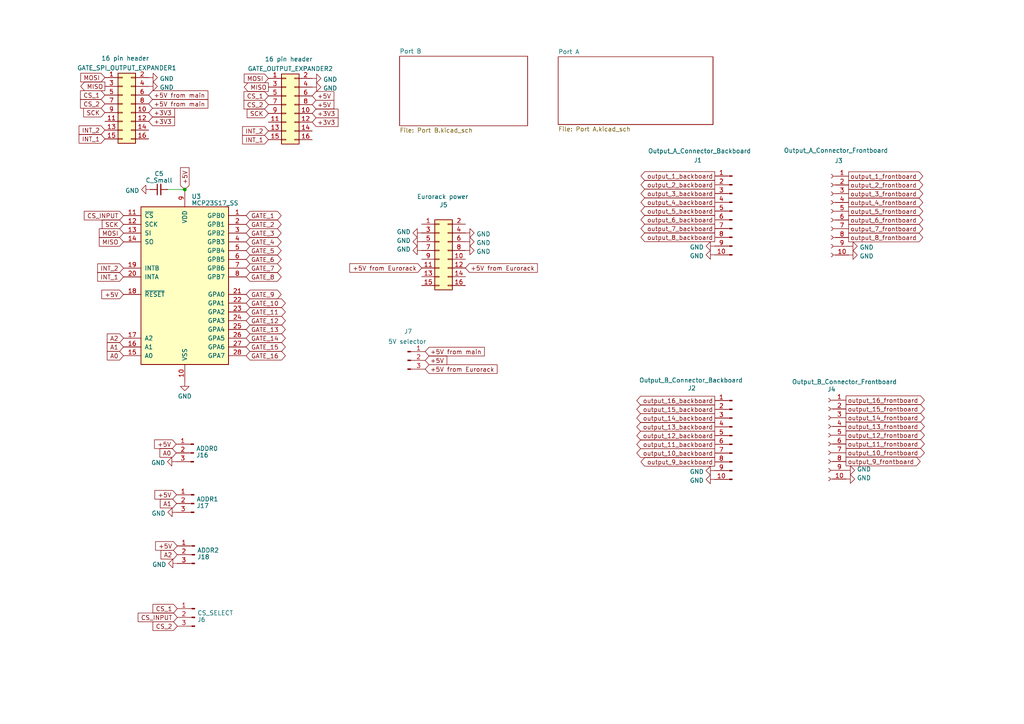
<source format=kicad_sch>
(kicad_sch (version 20230121) (generator eeschema)
  (paper "A4")
  (lib_symbols
    (symbol "Connector:Conn_01x03_Pin" (pin_names (offset 1.016) hide)
      (property "Reference" "J" (at 0 5.08 0))
      (property "Value" "Conn_01x03_Pin" (at 0 -5.08 0))
      (symbol "Conn_01x03_Pin_1_1"
        (polyline (pts (xy 1.27 -2.54) (xy 0.8636 -2.54)) (stroke (width 0.1524)))
        (polyline (pts (xy 1.27 0) (xy 0.8636 0)) (stroke (width 0.1524)))
        (polyline (pts (xy 1.27 2.54) (xy 0.8636 2.54)) (stroke (width 0.1524)))
        (rectangle (start 0.8636 -2.413) (end 0 -2.667) (stroke (width 0.1524)) (fill (type outline)))
        (rectangle (start 0.8636 0.127) (end 0 -0.127) (stroke (width 0.1524)) (fill (type outline)))
        (rectangle (start 0.8636 2.667) (end 0 2.413) (stroke (width 0.1524)) (fill (type outline)))
        (pin passive line (at 5.08 2.54 180) (length 3.81) (name "Pin_1") (number "1"))
        (pin passive line (at 5.08 0 180) (length 3.81) (name "Pin_2") (number "2"))
        (pin passive line (at 5.08 -2.54 180) (length 3.81) (name "Pin_3") (number "3"))
      )
    )
    (symbol "Connector:Conn_01x10_Pin" (pin_names (offset 1.016) hide)
      (property "Reference" "J" (at 0 12.7 0))
      (property "Value" "Conn_01x10_Pin" (at 0 -15.24 0))
      (symbol "Conn_01x10_Pin_1_1"
        (polyline (pts (xy 1.27 -12.7) (xy 0.8636 -12.7)) (stroke (width 0.1524)))
        (polyline (pts (xy 1.27 -10.16) (xy 0.8636 -10.16)) (stroke (width 0.1524)))
        (polyline (pts (xy 1.27 -7.62) (xy 0.8636 -7.62)) (stroke (width 0.1524)))
        (polyline (pts (xy 1.27 -5.08) (xy 0.8636 -5.08)) (stroke (width 0.1524)))
        (polyline (pts (xy 1.27 -2.54) (xy 0.8636 -2.54)) (stroke (width 0.1524)))
        (polyline (pts (xy 1.27 0) (xy 0.8636 0)) (stroke (width 0.1524)))
        (polyline (pts (xy 1.27 2.54) (xy 0.8636 2.54)) (stroke (width 0.1524)))
        (polyline (pts (xy 1.27 5.08) (xy 0.8636 5.08)) (stroke (width 0.1524)))
        (polyline (pts (xy 1.27 7.62) (xy 0.8636 7.62)) (stroke (width 0.1524)))
        (polyline (pts (xy 1.27 10.16) (xy 0.8636 10.16)) (stroke (width 0.1524)))
        (rectangle (start 0.8636 -12.573) (end 0 -12.827) (stroke (width 0.1524)) (fill (type outline)))
        (rectangle (start 0.8636 -10.033) (end 0 -10.287) (stroke (width 0.1524)) (fill (type outline)))
        (rectangle (start 0.8636 -7.493) (end 0 -7.747) (stroke (width 0.1524)) (fill (type outline)))
        (rectangle (start 0.8636 -4.953) (end 0 -5.207) (stroke (width 0.1524)) (fill (type outline)))
        (rectangle (start 0.8636 -2.413) (end 0 -2.667) (stroke (width 0.1524)) (fill (type outline)))
        (rectangle (start 0.8636 0.127) (end 0 -0.127) (stroke (width 0.1524)) (fill (type outline)))
        (rectangle (start 0.8636 2.667) (end 0 2.413) (stroke (width 0.1524)) (fill (type outline)))
        (rectangle (start 0.8636 5.207) (end 0 4.953) (stroke (width 0.1524)) (fill (type outline)))
        (rectangle (start 0.8636 7.747) (end 0 7.493) (stroke (width 0.1524)) (fill (type outline)))
        (rectangle (start 0.8636 10.287) (end 0 10.033) (stroke (width 0.1524)) (fill (type outline)))
        (pin passive line (at 5.08 10.16 180) (length 3.81) (name "Pin_1") (number "1"))
        (pin passive line (at 5.08 -12.7 180) (length 3.81) (name "Pin_10") (number "10"))
        (pin passive line (at 5.08 7.62 180) (length 3.81) (name "Pin_2") (number "2"))
        (pin passive line (at 5.08 5.08 180) (length 3.81) (name "Pin_3") (number "3"))
        (pin passive line (at 5.08 2.54 180) (length 3.81) (name "Pin_4") (number "4"))
        (pin passive line (at 5.08 0 180) (length 3.81) (name "Pin_5") (number "5"))
        (pin passive line (at 5.08 -2.54 180) (length 3.81) (name "Pin_6") (number "6"))
        (pin passive line (at 5.08 -5.08 180) (length 3.81) (name "Pin_7") (number "7"))
        (pin passive line (at 5.08 -7.62 180) (length 3.81) (name "Pin_8") (number "8"))
        (pin passive line (at 5.08 -10.16 180) (length 3.81) (name "Pin_9") (number "9"))
      )
    )
    (symbol "Connector:Conn_01x10_Socket" (pin_names (offset 1.016) hide)
      (property "Reference" "J" (at 0 12.7 0))
      (property "Value" "Conn_01x10_Socket" (at 0 -15.24 0))
      (symbol "Conn_01x10_Socket_1_1"
        (arc (start 0 -12.192) (mid -0.5058 -12.7) (end 0 -13.208) (stroke (width 0.1524)))
        (arc (start 0 -9.652) (mid -0.5058 -10.16) (end 0 -10.668) (stroke (width 0.1524)))
        (arc (start 0 -7.112) (mid -0.5058 -7.62) (end 0 -8.128) (stroke (width 0.1524)))
        (arc (start 0 -4.572) (mid -0.5058 -5.08) (end 0 -5.588) (stroke (width 0.1524)))
        (arc (start 0 -2.032) (mid -0.5058 -2.54) (end 0 -3.048) (stroke (width 0.1524)))
        (polyline (pts (xy -1.27 -12.7) (xy -0.508 -12.7)) (stroke (width 0.1524)))
        (polyline (pts (xy -1.27 -10.16) (xy -0.508 -10.16)) (stroke (width 0.1524)))
        (polyline (pts (xy -1.27 -7.62) (xy -0.508 -7.62)) (stroke (width 0.1524)))
        (polyline (pts (xy -1.27 -5.08) (xy -0.508 -5.08)) (stroke (width 0.1524)))
        (polyline (pts (xy -1.27 -2.54) (xy -0.508 -2.54)) (stroke (width 0.1524)))
        (polyline (pts (xy -1.27 0) (xy -0.508 0)) (stroke (width 0.1524)))
        (polyline (pts (xy -1.27 2.54) (xy -0.508 2.54)) (stroke (width 0.1524)))
        (polyline (pts (xy -1.27 5.08) (xy -0.508 5.08)) (stroke (width 0.1524)))
        (polyline (pts (xy -1.27 7.62) (xy -0.508 7.62)) (stroke (width 0.1524)))
        (polyline (pts (xy -1.27 10.16) (xy -0.508 10.16)) (stroke (width 0.1524)))
        (arc (start 0 0.508) (mid -0.5058 0) (end 0 -0.508) (stroke (width 0.1524)))
        (arc (start 0 3.048) (mid -0.5058 2.54) (end 0 2.032) (stroke (width 0.1524)))
        (arc (start 0 5.588) (mid -0.5058 5.08) (end 0 4.572) (stroke (width 0.1524)))
        (arc (start 0 8.128) (mid -0.5058 7.62) (end 0 7.112) (stroke (width 0.1524)))
        (arc (start 0 10.668) (mid -0.5058 10.16) (end 0 9.652) (stroke (width 0.1524)))
        (pin passive line (at -5.08 10.16 0) (length 3.81) (name "Pin_1") (number "1"))
        (pin passive line (at -5.08 -12.7 0) (length 3.81) (name "Pin_10") (number "10"))
        (pin passive line (at -5.08 7.62 0) (length 3.81) (name "Pin_2") (number "2"))
        (pin passive line (at -5.08 5.08 0) (length 3.81) (name "Pin_3") (number "3"))
        (pin passive line (at -5.08 2.54 0) (length 3.81) (name "Pin_4") (number "4"))
        (pin passive line (at -5.08 0 0) (length 3.81) (name "Pin_5") (number "5"))
        (pin passive line (at -5.08 -2.54 0) (length 3.81) (name "Pin_6") (number "6"))
        (pin passive line (at -5.08 -5.08 0) (length 3.81) (name "Pin_7") (number "7"))
        (pin passive line (at -5.08 -7.62 0) (length 3.81) (name "Pin_8") (number "8"))
        (pin passive line (at -5.08 -10.16 0) (length 3.81) (name "Pin_9") (number "9"))
      )
    )
    (symbol "Connector_Generic:Conn_02x08_Odd_Even" (pin_names (offset 1.016) hide)
      (property "Reference" "J" (at 1.27 10.16 0))
      (property "Value" "Conn_02x08_Odd_Even" (at 1.27 -12.7 0))
      (symbol "Conn_02x08_Odd_Even_1_1"
        (rectangle (start -1.27 -10.033) (end 0 -10.287) (stroke (width 0.1524)))
        (rectangle (start -1.27 -7.493) (end 0 -7.747) (stroke (width 0.1524)))
        (rectangle (start -1.27 -4.953) (end 0 -5.207) (stroke (width 0.1524)))
        (rectangle (start -1.27 -2.413) (end 0 -2.667) (stroke (width 0.1524)))
        (rectangle (start -1.27 0.127) (end 0 -0.127) (stroke (width 0.1524)))
        (rectangle (start -1.27 2.667) (end 0 2.413) (stroke (width 0.1524)))
        (rectangle (start -1.27 5.207) (end 0 4.953) (stroke (width 0.1524)))
        (rectangle (start -1.27 7.747) (end 0 7.493) (stroke (width 0.1524)))
        (rectangle (start -1.27 8.89) (end 3.81 -11.43) (stroke (width 0.254)) (fill (type background)))
        (rectangle (start 3.81 -10.033) (end 2.54 -10.287) (stroke (width 0.1524)))
        (rectangle (start 3.81 -7.493) (end 2.54 -7.747) (stroke (width 0.1524)))
        (rectangle (start 3.81 -4.953) (end 2.54 -5.207) (stroke (width 0.1524)))
        (rectangle (start 3.81 -2.413) (end 2.54 -2.667) (stroke (width 0.1524)))
        (rectangle (start 3.81 0.127) (end 2.54 -0.127) (stroke (width 0.1524)))
        (rectangle (start 3.81 2.667) (end 2.54 2.413) (stroke (width 0.1524)))
        (rectangle (start 3.81 5.207) (end 2.54 4.953) (stroke (width 0.1524)))
        (rectangle (start 3.81 7.747) (end 2.54 7.493) (stroke (width 0.1524)))
        (pin passive line (at -5.08 7.62 0) (length 3.81) (name "Pin_1") (number "1"))
        (pin passive line (at 7.62 -2.54 180) (length 3.81) (name "Pin_10") (number "10"))
        (pin passive line (at -5.08 -5.08 0) (length 3.81) (name "Pin_11") (number "11"))
        (pin passive line (at 7.62 -5.08 180) (length 3.81) (name "Pin_12") (number "12"))
        (pin passive line (at -5.08 -7.62 0) (length 3.81) (name "Pin_13") (number "13"))
        (pin passive line (at 7.62 -7.62 180) (length 3.81) (name "Pin_14") (number "14"))
        (pin passive line (at -5.08 -10.16 0) (length 3.81) (name "Pin_15") (number "15"))
        (pin passive line (at 7.62 -10.16 180) (length 3.81) (name "Pin_16") (number "16"))
        (pin passive line (at 7.62 7.62 180) (length 3.81) (name "Pin_2") (number "2"))
        (pin passive line (at -5.08 5.08 0) (length 3.81) (name "Pin_3") (number "3"))
        (pin passive line (at 7.62 5.08 180) (length 3.81) (name "Pin_4") (number "4"))
        (pin passive line (at -5.08 2.54 0) (length 3.81) (name "Pin_5") (number "5"))
        (pin passive line (at 7.62 2.54 180) (length 3.81) (name "Pin_6") (number "6"))
        (pin passive line (at -5.08 0 0) (length 3.81) (name "Pin_7") (number "7"))
        (pin passive line (at 7.62 0 180) (length 3.81) (name "Pin_8") (number "8"))
        (pin passive line (at -5.08 -2.54 0) (length 3.81) (name "Pin_9") (number "9"))
      )
    )
    (symbol "Device:C_Small" (pin_numbers hide) (pin_names (offset 0.254) hide)
      (property "Reference" "C" (at 0.254 1.778 0))
      (property "Value" "C_Small" (at 0.254 -2.032 0))
      (symbol "C_Small_0_1"
        (polyline (pts (xy -1.524 -0.508) (xy 1.524 -0.508)) (stroke (width 0.3302)))
        (polyline (pts (xy -1.524 0.508) (xy 1.524 0.508)) (stroke (width 0.3048)))
      )
      (symbol "C_Small_1_1"
        (pin passive line (at 0 2.54 270) (length 2.032) (name "~") (number "1"))
        (pin passive line (at 0 -2.54 90) (length 2.032) (name "~") (number "2"))
      )
    )
    (symbol "Interface_Expansion:MCP23S17_SS" (pin_names (offset 1.016))
      (property "Reference" "U" (at -11.43 24.13 0))
      (property "Value" "MCP23S17_SS" (at 0 0 0))
      (symbol "MCP23S17_SS_0_1"
        (rectangle (start -12.7 22.86) (end 12.7 -22.86) (stroke (width 0.254)) (fill (type background)))
      )
      (symbol "MCP23S17_SS_1_1"
        (pin bidirectional line (at 17.78 20.32 180) (length 5.08) (name "GPB0") (number "1"))
        (pin power_in line (at 0 -27.94 90) (length 5.08) (name "VSS") (number "10"))
        (pin input line (at -17.78 20.32 0) (length 5.08) (name "~{CS}") (number "11"))
        (pin input line (at -17.78 17.78 0) (length 5.08) (name "SCK") (number "12"))
        (pin input line (at -17.78 15.24 0) (length 5.08) (name "SI") (number "13"))
        (pin output line (at -17.78 12.7 0) (length 5.08) (name "SO") (number "14"))
        (pin input line (at -17.78 -20.32 0) (length 5.08) (name "A0") (number "15"))
        (pin input line (at -17.78 -17.78 0) (length 5.08) (name "A1") (number "16"))
        (pin input line (at -17.78 -15.24 0) (length 5.08) (name "A2") (number "17"))
        (pin input line (at -17.78 -2.54 0) (length 5.08) (name "~{RESET}") (number "18"))
        (pin tri_state line (at -17.78 5.08 0) (length 5.08) (name "INTB") (number "19"))
        (pin bidirectional line (at 17.78 17.78 180) (length 5.08) (name "GPB1") (number "2"))
        (pin tri_state line (at -17.78 2.54 0) (length 5.08) (name "INTA") (number "20"))
        (pin bidirectional line (at 17.78 -2.54 180) (length 5.08) (name "GPA0") (number "21"))
        (pin bidirectional line (at 17.78 -5.08 180) (length 5.08) (name "GPA1") (number "22"))
        (pin bidirectional line (at 17.78 -7.62 180) (length 5.08) (name "GPA2") (number "23"))
        (pin bidirectional line (at 17.78 -10.16 180) (length 5.08) (name "GPA3") (number "24"))
        (pin bidirectional line (at 17.78 -12.7 180) (length 5.08) (name "GPA4") (number "25"))
        (pin bidirectional line (at 17.78 -15.24 180) (length 5.08) (name "GPA5") (number "26"))
        (pin bidirectional line (at 17.78 -17.78 180) (length 5.08) (name "GPA6") (number "27"))
        (pin bidirectional line (at 17.78 -20.32 180) (length 5.08) (name "GPA7") (number "28"))
        (pin bidirectional line (at 17.78 15.24 180) (length 5.08) (name "GPB2") (number "3"))
        (pin bidirectional line (at 17.78 12.7 180) (length 5.08) (name "GPB3") (number "4"))
        (pin bidirectional line (at 17.78 10.16 180) (length 5.08) (name "GPB4") (number "5"))
        (pin bidirectional line (at 17.78 7.62 180) (length 5.08) (name "GPB5") (number "6"))
        (pin bidirectional line (at 17.78 5.08 180) (length 5.08) (name "GPB6") (number "7"))
        (pin bidirectional line (at 17.78 2.54 180) (length 5.08) (name "GPB7") (number "8"))
        (pin power_in line (at 0 27.94 270) (length 5.08) (name "VDD") (number "9"))
      )
    )
    (symbol "power:GND" (power) (pin_names (offset 0))
      (property "Value" "GND" (at 0 -3.81 0))
      (symbol "GND_0_1"
        (polyline (pts (xy 0 0) (xy 0 -1.27) (xy 1.27 -1.27) (xy 0 -2.54) (xy -1.27 -1.27) (xy 0 -1.27)))
      )
      (symbol "GND_1_1"
        (pin power_in line (at 0 0 270) (length 0) hide (name "GND") (number "1"))
      )
    )
  )
  (junction (at 53.594 54.9656))
  (wire (pts (xy 53.594 55.0164) (xy 53.594 54.9656)))
  (wire (pts (xy 53.594 54.9656) (xy 53.594 54.9148)))
  (wire (pts (xy 48.6664 54.9656) (xy 53.594 54.9656)))
  (global_label "output_8_backboard" (shape output) (at 207.3148 68.834 180) (property "Intersheetrefs" "${INTERSHEET_REFS}" (effects hide)))
  (global_label "A2" (shape input) (at 35.814 98.0948 180) (property "Intersheetrefs" "${INTERSHEET_REFS}" (effects hide)))
  (global_label "+3V3" (shape input) (at 43.1292 32.6644 0) (property "Intersheetrefs" "${INTERSHEET_REFS}" (effects hide)))
  (global_label "INT_1" (shape input) (at 77.851 40.513 180) (property "Intersheetrefs" "${INTERSHEET_REFS}" (effects hide)))
  (global_label "CS_2" (shape input) (at 51.435 181.61 180) (property "Intersheetrefs" "${INTERSHEET_REFS}" (effects hide)))
  (global_label "output_13_frontboard" (shape output) (at 245.364 123.698 0) (property "Intersheetrefs" "${INTERSHEET_REFS}" (effects hide)))
  (global_label "+5V" (shape input) (at 90.551 27.813 0) (property "Intersheetrefs" "${INTERSHEET_REFS}" (effects hide)))
  (global_label "GATE_11" (shape tri_state) (at 71.374 90.4748 0) (property "Intersheetrefs" "${INTERSHEET_REFS}" (effects hide)))
  (global_label "GATE_6" (shape tri_state) (at 71.374 75.2348 0) (property "Intersheetrefs" "${INTERSHEET_REFS}" (effects hide)))
  (global_label "A1" (shape input) (at 35.814 100.6348 180) (property "Intersheetrefs" "${INTERSHEET_REFS}" (effects hide)))
  (global_label "CS_1" (shape input) (at 51.435 176.53 180) (property "Intersheetrefs" "${INTERSHEET_REFS}" (effects hide)))
  (global_label "MISO" (shape output) (at 30.4292 25.0444 180) (property "Intersheetrefs" "${INTERSHEET_REFS}" (effects hide)))
  (global_label "output_15_frontboard" (shape output) (at 245.364 118.618 0) (property "Intersheetrefs" "${INTERSHEET_REFS}" (effects hide)))
  (global_label "+5V from Eurorack" (shape input) (at 123.317 107.061 0) (property "Intersheetrefs" "${INTERSHEET_REFS}" (effects hide)))
  (global_label "+3V3" (shape input) (at 90.551 32.893 0) (property "Intersheetrefs" "${INTERSHEET_REFS}" (effects hide)))
  (global_label "GATE_13" (shape tri_state) (at 71.374 95.5548 0) (property "Intersheetrefs" "${INTERSHEET_REFS}" (effects hide)))
  (global_label "GATE_4" (shape tri_state) (at 71.374 70.1548 0) (property "Intersheetrefs" "${INTERSHEET_REFS}" (effects hide)))
  (global_label "MOSI" (shape input) (at 35.814 67.6148 180) (property "Intersheetrefs" "${INTERSHEET_REFS}" (effects hide)))
  (global_label "output_2_frontboard" (shape output) (at 246.126 53.6448 0) (property "Intersheetrefs" "${INTERSHEET_REFS}" (effects hide)))
  (global_label "+5V from main" (shape input) (at 43.1292 30.1244 0) (property "Intersheetrefs" "${INTERSHEET_REFS}" (effects hide)))
  (global_label "output_8_frontboard" (shape output) (at 246.126 68.8848 0) (property "Intersheetrefs" "${INTERSHEET_REFS}" (effects hide)))
  (global_label "A1" (shape input) (at 51.2064 146.05 180) (property "Intersheetrefs" "${INTERSHEET_REFS}" (effects hide)))
  (global_label "INT_2" (shape input) (at 30.4292 37.7444 180) (property "Intersheetrefs" "${INTERSHEET_REFS}" (effects hide)))
  (global_label "+5V from main" (shape input) (at 43.1292 27.5844 0) (property "Intersheetrefs" "${INTERSHEET_REFS}" (effects hide)))
  (global_label "output_6_frontboard" (shape output) (at 246.126 63.8048 0) (property "Intersheetrefs" "${INTERSHEET_REFS}" (effects hide)))
  (global_label "GATE_9" (shape tri_state) (at 71.374 85.3948 0) (property "Intersheetrefs" "${INTERSHEET_REFS}" (effects hide)))
  (global_label "+5V from Eurorack" (shape input) (at 135.001 77.724 0) (property "Intersheetrefs" "${INTERSHEET_REFS}" (effects hide)))
  (global_label "output_5_frontboard" (shape output) (at 246.126 61.2648 0) (property "Intersheetrefs" "${INTERSHEET_REFS}" (effects hide)))
  (global_label "SCK" (shape input) (at 35.814 65.0748 180) (property "Intersheetrefs" "${INTERSHEET_REFS}" (effects hide)))
  (global_label "SCK" (shape input) (at 30.4292 32.6644 180) (property "Intersheetrefs" "${INTERSHEET_REFS}" (effects hide)))
  (global_label "CS_INPUT" (shape input) (at 51.435 179.07 180) (property "Intersheetrefs" "${INTERSHEET_REFS}" (effects hide)))
  (global_label "output_16_backboard" (shape output) (at 207.3148 116.1796 180) (property "Intersheetrefs" "${INTERSHEET_REFS}" (effects hide)))
  (global_label "+5V" (shape input) (at 51.4096 158.3436 180) (property "Intersheetrefs" "${INTERSHEET_REFS}" (effects hide)))
  (global_label "INT_2" (shape input) (at 35.814 77.7748 180) (property "Intersheetrefs" "${INTERSHEET_REFS}" (effects hide)))
  (global_label "GATE_10" (shape tri_state) (at 71.374 87.9348 0) (property "Intersheetrefs" "${INTERSHEET_REFS}" (effects hide)))
  (global_label "output_14_backboard" (shape output) (at 207.3148 121.2596 180) (property "Intersheetrefs" "${INTERSHEET_REFS}" (effects hide)))
  (global_label "GATE_14" (shape tri_state) (at 71.374 98.0948 0) (property "Intersheetrefs" "${INTERSHEET_REFS}" (effects hide)))
  (global_label "GATE_7" (shape tri_state) (at 71.374 77.7748 0) (property "Intersheetrefs" "${INTERSHEET_REFS}" (effects hide)))
  (global_label "+3V3" (shape input) (at 43.1292 35.2044 0) (property "Intersheetrefs" "${INTERSHEET_REFS}" (effects hide)))
  (global_label "output_11_frontboard" (shape output) (at 245.364 128.778 0) (property "Intersheetrefs" "${INTERSHEET_REFS}" (effects hide)))
  (global_label "CS_1" (shape input) (at 77.851 27.813 180) (property "Intersheetrefs" "${INTERSHEET_REFS}" (effects hide)))
  (global_label "GATE_2" (shape tri_state) (at 71.374 65.0748 0) (property "Intersheetrefs" "${INTERSHEET_REFS}" (effects hide)))
  (global_label "output_6_backboard" (shape output) (at 207.3148 63.754 180) (property "Intersheetrefs" "${INTERSHEET_REFS}" (effects hide)))
  (global_label "GATE_3" (shape tri_state) (at 71.374 67.6148 0) (property "Intersheetrefs" "${INTERSHEET_REFS}" (effects hide)))
  (global_label "MOSI" (shape input) (at 30.4292 22.5044 180) (property "Intersheetrefs" "${INTERSHEET_REFS}" (effects hide)))
  (global_label "output_3_backboard" (shape output) (at 207.3148 56.134 180) (property "Intersheetrefs" "${INTERSHEET_REFS}" (effects hide)))
  (global_label "+5V" (shape input) (at 51.2064 143.51 180) (property "Intersheetrefs" "${INTERSHEET_REFS}" (effects hide)))
  (global_label "output_9_frontboard" (shape output) (at 245.364 133.858 0) (property "Intersheetrefs" "${INTERSHEET_REFS}" (effects hide)))
  (global_label "INT_2" (shape input) (at 77.851 37.973 180) (property "Intersheetrefs" "${INTERSHEET_REFS}" (effects hide)))
  (global_label "A0" (shape input) (at 35.814 103.1748 180) (property "Intersheetrefs" "${INTERSHEET_REFS}" (effects hide)))
  (global_label "output_4_backboard" (shape output) (at 207.3148 58.674 180) (property "Intersheetrefs" "${INTERSHEET_REFS}" (effects hide)))
  (global_label "CS_2" (shape input) (at 77.851 30.353 180) (property "Intersheetrefs" "${INTERSHEET_REFS}" (effects hide)))
  (global_label "GATE_1" (shape tri_state) (at 71.374 62.5348 0) (property "Intersheetrefs" "${INTERSHEET_REFS}" (effects hide)))
  (global_label "GATE_12" (shape tri_state) (at 71.374 93.0148 0) (property "Intersheetrefs" "${INTERSHEET_REFS}" (effects hide)))
  (global_label "CS_INPUT" (shape input) (at 35.814 62.5348 180) (property "Intersheetrefs" "${INTERSHEET_REFS}" (effects hide)))
  (global_label "GATE_16" (shape tri_state) (at 71.374 103.1748 0) (property "Intersheetrefs" "${INTERSHEET_REFS}" (effects hide)))
  (global_label "+5V from Eurorack" (shape input) (at 122.301 77.724 180) (property "Intersheetrefs" "${INTERSHEET_REFS}" (effects hide)))
  (global_label "output_14_frontboard" (shape output) (at 245.364 121.158 0) (property "Intersheetrefs" "${INTERSHEET_REFS}" (effects hide)))
  (global_label "output_3_frontboard" (shape output) (at 246.126 56.1848 0) (property "Intersheetrefs" "${INTERSHEET_REFS}" (effects hide)))
  (global_label "output_13_backboard" (shape output) (at 207.3148 123.7996 180) (property "Intersheetrefs" "${INTERSHEET_REFS}" (effects hide)))
  (global_label "GATE_5" (shape tri_state) (at 71.374 72.6948 0) (property "Intersheetrefs" "${INTERSHEET_REFS}" (effects hide)))
  (global_label "output_5_backboard" (shape output) (at 207.3148 61.214 180) (property "Intersheetrefs" "${INTERSHEET_REFS}" (effects hide)))
  (global_label "+3V3" (shape input) (at 90.551 35.433 0) (property "Intersheetrefs" "${INTERSHEET_REFS}" (effects hide)))
  (global_label "output_9_backboard" (shape output) (at 207.3148 133.9596 180) (property "Intersheetrefs" "${INTERSHEET_REFS}" (effects hide)))
  (global_label "output_12_frontboard" (shape output) (at 245.364 126.238 0) (property "Intersheetrefs" "${INTERSHEET_REFS}" (effects hide)))
  (global_label "CS_2" (shape input) (at 30.4292 30.1244 180) (property "Intersheetrefs" "${INTERSHEET_REFS}" (effects hide)))
  (global_label "output_1_frontboard" (shape output) (at 246.126 51.1048 0) (property "Intersheetrefs" "${INTERSHEET_REFS}" (effects hide)))
  (global_label "output_4_frontboard" (shape output) (at 246.126 58.7248 0) (property "Intersheetrefs" "${INTERSHEET_REFS}" (effects hide)))
  (global_label "output_16_frontboard" (shape output) (at 245.364 116.078 0) (property "Intersheetrefs" "${INTERSHEET_REFS}" (effects hide)))
  (global_label "output_2_backboard" (shape output) (at 207.3148 53.594 180) (property "Intersheetrefs" "${INTERSHEET_REFS}" (effects hide)))
  (global_label "output_15_backboard" (shape output) (at 207.3148 118.7196 180) (property "Intersheetrefs" "${INTERSHEET_REFS}" (effects hide)))
  (global_label "GATE_8" (shape tri_state) (at 71.374 80.3148 0) (property "Intersheetrefs" "${INTERSHEET_REFS}" (effects hide)))
  (global_label "+5V" (shape input) (at 90.551 30.353 0) (property "Intersheetrefs" "${INTERSHEET_REFS}" (effects hide)))
  (global_label "INT_1" (shape input) (at 30.4292 40.2844 180) (property "Intersheetrefs" "${INTERSHEET_REFS}" (effects hide)))
  (global_label "+5V" (shape input) (at 123.317 104.521 0) (property "Intersheetrefs" "${INTERSHEET_REFS}" (effects hide)))
  (global_label "SCK" (shape input) (at 77.851 32.893 180) (property "Intersheetrefs" "${INTERSHEET_REFS}" (effects hide)))
  (global_label "output_12_backboard" (shape output) (at 207.3148 126.3396 180) (property "Intersheetrefs" "${INTERSHEET_REFS}" (effects hide)))
  (global_label "+5V" (shape input) (at 51.1048 128.8288 180) (property "Intersheetrefs" "${INTERSHEET_REFS}" (effects hide)))
  (global_label "GATE_15" (shape tri_state) (at 71.374 100.6348 0) (property "Intersheetrefs" "${INTERSHEET_REFS}" (effects hide)))
  (global_label "A0" (shape input) (at 51.1048 131.3688 180) (property "Intersheetrefs" "${INTERSHEET_REFS}" (effects hide)))
  (global_label "output_10_backboard" (shape output) (at 207.3148 131.4196 180) (property "Intersheetrefs" "${INTERSHEET_REFS}" (effects hide)))
  (global_label "MISO" (shape output) (at 77.851 25.273 180) (property "Intersheetrefs" "${INTERSHEET_REFS}" (effects hide)))
  (global_label "+5V" (shape input) (at 35.814 85.3948 180) (property "Intersheetrefs" "${INTERSHEET_REFS}" (effects hide)))
  (global_label "+5V from main" (shape input) (at 123.317 101.981 0) (property "Intersheetrefs" "${INTERSHEET_REFS}" (effects hide)))
  (global_label "INT_1" (shape input) (at 35.814 80.3148 180) (property "Intersheetrefs" "${INTERSHEET_REFS}" (effects hide)))
  (global_label "MOSI" (shape input) (at 77.851 22.733 180) (property "Intersheetrefs" "${INTERSHEET_REFS}" (effects hide)))
  (global_label "CS_1" (shape input) (at 30.4292 27.5844 180) (property "Intersheetrefs" "${INTERSHEET_REFS}" (effects hide)))
  (global_label "A2" (shape input) (at 51.4096 160.8836 180) (property "Intersheetrefs" "${INTERSHEET_REFS}" (effects hide)))
  (global_label "output_10_frontboard" (shape output) (at 245.364 131.318 0) (property "Intersheetrefs" "${INTERSHEET_REFS}" (effects hide)))
  (global_label "output_11_backboard" (shape output) (at 207.3148 128.8796 180) (property "Intersheetrefs" "${INTERSHEET_REFS}" (effects hide)))
  (global_label "output_1_backboard" (shape output) (at 207.3148 51.054 180) (property "Intersheetrefs" "${INTERSHEET_REFS}" (effects hide)))
  (global_label "output_7_frontboard" (shape output) (at 246.126 66.3448 0) (property "Intersheetrefs" "${INTERSHEET_REFS}" (effects hide)))
  (global_label "output_7_backboard" (shape output) (at 207.3148 66.294 180) (property "Intersheetrefs" "${INTERSHEET_REFS}" (effects hide)))
  (global_label "MISO" (shape input) (at 35.814 70.1548 180) (property "Intersheetrefs" "${INTERSHEET_REFS}" (effects hide)))
  (global_label "+5V" (shape input) (at 53.594 54.9148 90) (property "Intersheetrefs" "${INTERSHEET_REFS}" (effects hide)))
  (symbol (lib_id "power:GND") (at 207.3148 73.914 270) (unit 1)
    (property "Reference" "#PWR084" (effects hide))
    (property "Value" "GND" (at 204.1399 74.2308 90) (effects (justify right)))
  )
  (symbol (lib_id "Connector_Generic:Conn_02x08_Odd_Even") (at 82.931 30.353 0) (unit 1)
    (property "Reference" "GATE_OUTPUT_EXPANDER2" (at 84.201 19.939 0))
    (property "Value" "16 pin header" (at 83.7438 17.145 0))
    (property "Footprint" "Connector_PinHeader_2.54mm:PinHeader_2x08_P2.54mm_Vertical" (effects hide))
  )
  (symbol (lib_id "Connector_Generic:Conn_02x08_Odd_Even") (at 35.5092 30.1244 0) (unit 1)
    (property "Reference" "GATE_SPI_OUTPUT_EXPANDER1" (at 36.7792 19.7104 0))
    (property "Value" "16 pin header" (at 36.322 16.9164 0))
    (property "Footprint" "Connector_PinHeader_2.54mm:PinHeader_2x08_P2.54mm_Vertical" (effects hide))
  )
  (symbol (lib_id "Interface_Expansion:MCP23S17_SS") (at 53.594 82.8548 0) (unit 1)
    (property "Reference" "U3" (at 55.5499 56.9849 0) (effects (justify left)))
    (property "Value" "MCP23S17_SS" (at 55.5499 58.9059 0) (effects (justify left)))
    (property "Footprint" "Package_SO:SSOP-28_5.3x10.2mm_P0.65mm" (effects hide))
    (property "Datasheet" "http://ww1.microchip.com/downloads/en/DeviceDoc/20001952C.pdf" (effects hide))
  )
  (symbol (lib_id "Connector:Conn_01x03_Pin") (at 56.515 179.07 0) (mirror y) (unit 1)
    (property "Reference" "J6" (at 57.2262 179.7137 0) (effects (justify right)))
    (property "Value" "CS_SELECT" (at 57.2262 177.7927 0) (effects (justify right)))
    (property "Footprint" "Connector_PinHeader_2.54mm:PinHeader_1x03_P2.54mm_Vertical" (effects hide))
  )
  (symbol (lib_id "power:GND") (at 122.301 70.104 270) (unit 1)
    (property "Reference" "#PWR096" (effects hide))
    (property "Value" "GND" (at 119.126 69.7872 90) (effects (justify right)))
  )
  (symbol (lib_id "power:GND") (at 90.551 25.273 90) (unit 1)
    (property "Reference" "#PWR018" (effects hide))
    (property "Value" "GND" (at 93.726 25.5898 90) (effects (justify right)))
  )
  (symbol (lib_id "Connector:Conn_01x03_Pin") (at 56.1848 131.3688 0) (mirror y) (unit 1)
    (property "Reference" "J16" (at 56.896 132.0125 0) (effects (justify right)))
    (property "Value" "ADDR0" (at 56.896 130.0915 0) (effects (justify right)))
    (property "Footprint" "Connector_PinHeader_2.54mm:PinHeader_1x03_P2.54mm_Vertical" (effects hide))
  )
  (symbol (lib_id "Connector_Generic:Conn_02x08_Odd_Even") (at 127.381 72.644 0) (unit 1)
    (property "Reference" "J5" (at 128.651 59.436 0))
    (property "Value" "Eurorack power" (at 128.397 57.023 0))
    (property "Footprint" "Connector_IDC:IDC-Header_2x08_P2.54mm_Vertical" (effects hide))
  )
  (symbol (lib_id "Connector:Conn_01x10_Socket") (at 240.284 126.238 0) (mirror y) (unit 1)
    (property "Reference" "J4" (at 242.3668 112.9284 0) (effects (justify left)))
    (property "Value" "Output_B_Connector_Frontboard" (at 260.1468 110.744 0) (effects (justify left)))
    (property "Footprint" "Connector_PinHeader_2.54mm:PinHeader_1x10_P2.54mm_Vertical" (effects hide))
  )
  (symbol (lib_id "power:GND") (at 135.001 67.564 90) (unit 1)
    (property "Reference" "#PWR020" (effects hide))
    (property "Value" "GND" (at 138.176 67.8808 90) (effects (justify right)))
  )
  (symbol (lib_id "power:GND") (at 43.1292 25.0444 90) (unit 1)
    (property "Reference" "#PWR02" (effects hide))
    (property "Value" "GND" (at 46.3042 25.3612 90) (effects (justify right)))
  )
  (symbol (lib_id "power:GND") (at 122.301 67.564 270) (unit 1)
    (property "Reference" "#PWR097" (effects hide))
    (property "Value" "GND" (at 119.126 67.2472 90) (effects (justify right)))
  )
  (symbol (lib_id "power:GND") (at 43.5864 54.9656 270) (unit 1)
    (property "Reference" "#PWR082" (effects hide))
    (property "Value" "GND" (at 40.4115 55.2824 90) (effects (justify right)))
  )
  (symbol (lib_id "power:GND") (at 43.1292 22.5044 90) (unit 1)
    (property "Reference" "#PWR01" (effects hide))
    (property "Value" "GND" (at 46.3042 22.8212 90) (effects (justify right)))
  )
  (symbol (lib_id "Connector:Conn_01x10_Pin") (at 212.3948 126.3396 0) (mirror y) (unit 1)
    (property "Reference" "J2" (at 200.66 112.5728 0))
    (property "Value" "Output_B_Connector_Backboard" (at 200.406 110.2868 0))
    (property "Footprint" "Connector_PinSocket_2.54mm:PinSocket_1x10_P2.54mm_Vertical" (effects hide))
  )
  (symbol (lib_id "power:GND") (at 207.3148 139.0396 270) (unit 1)
    (property "Reference" "#PWR086" (effects hide))
    (property "Value" "GND" (at 204.1399 139.3564 90) (effects (justify right)))
  )
  (symbol (lib_id "power:GND") (at 51.1048 133.9088 270) (unit 1)
    (property "Reference" "#PWR028" (effects hide))
    (property "Value" "GND" (at 47.9299 134.2256 90) (effects (justify right)))
  )
  (symbol (lib_id "Connector:Conn_01x10_Socket") (at 241.046 61.2648 0) (mirror y) (unit 1)
    (property "Reference" "J3" (at 244.4496 46.6344 0) (effects (justify left)))
    (property "Value" "Output_A_Connector_Frontboard" (at 257.6068 43.6372 0) (effects (justify left)))
    (property "Footprint" "Connector_PinHeader_2.54mm:PinHeader_1x10_P2.54mm_Vertical" (effects hide))
  )
  (symbol (lib_id "power:GND") (at 122.301 72.644 270) (unit 1)
    (property "Reference" "#PWR041" (effects hide))
    (property "Value" "GND" (at 119.126 72.3272 90) (effects (justify right)))
  )
  (symbol (lib_id "power:GND") (at 246.126 71.4248 90) (mirror x) (unit 1)
    (property "Reference" "#PWR087" (effects hide))
    (property "Value" "GND" (at 249.3009 71.7416 90) (effects (justify right)))
  )
  (symbol (lib_id "power:GND") (at 207.3148 71.374 270) (unit 1)
    (property "Reference" "#PWR083" (effects hide))
    (property "Value" "GND" (at 204.1399 71.6908 90) (effects (justify right)))
  )
  (symbol (lib_id "power:GND") (at 51.4096 163.4236 270) (unit 1)
    (property "Reference" "#PWR066" (effects hide))
    (property "Value" "GND" (at 48.2347 163.7404 90) (effects (justify right)))
  )
  (symbol (lib_id "Connector:Conn_01x10_Pin") (at 212.3948 61.214 0) (mirror y) (unit 1)
    (property "Reference" "J1" (at 202.3872 46.482 0))
    (property "Value" "Output_A_Connector_Backboard" (at 202.8952 43.7896 0))
    (property "Footprint" "Connector_PinSocket_2.54mm:PinSocket_1x10_P2.54mm_Vertical" (effects hide))
  )
  (symbol (lib_id "power:GND") (at 245.364 138.938 90) (unit 1)
    (property "Reference" "#PWR089" (effects hide))
    (property "Value" "GND" (at 248.5389 138.6212 90) (effects (justify right)))
  )
  (symbol (lib_id "power:GND") (at 246.126 73.9648 90) (mirror x) (unit 1)
    (property "Reference" "#PWR088" (effects hide))
    (property "Value" "GND" (at 249.3009 74.2816 90) (effects (justify right)))
  )
  (symbol (lib_id "Connector:Conn_01x03_Pin") (at 56.2864 146.05 0) (mirror y) (unit 1)
    (property "Reference" "J17" (at 56.9976 146.6937 0) (effects (justify right)))
    (property "Value" "ADDR1" (at 56.9976 144.7727 0) (effects (justify right)))
    (property "Footprint" "Connector_PinHeader_2.54mm:PinHeader_1x03_P2.54mm_Vertical" (effects hide))
  )
  (symbol (lib_id "power:GND") (at 51.2064 148.59 270) (unit 1)
    (property "Reference" "#PWR065" (effects hide))
    (property "Value" "GND" (at 48.0315 148.9068 90) (effects (justify right)))
  )
  (symbol (lib_id "power:GND") (at 53.594 110.7948 0) (unit 1)
    (property "Reference" "#PWR027" (effects hide))
    (property "Value" "GND" (at 53.594 114.9303 0))
  )
  (symbol (lib_id "power:GND") (at 207.3148 136.4996 270) (unit 1)
    (property "Reference" "#PWR085" (effects hide))
    (property "Value" "GND" (at 204.1399 136.8164 90) (effects (justify right)))
  )
  (symbol (lib_id "Connector:Conn_01x03_Pin") (at 56.4896 160.8836 0) (mirror y) (unit 1)
    (property "Reference" "J18" (at 57.2008 161.5273 0) (effects (justify right)))
    (property "Value" "ADDR2" (at 57.2008 159.6063 0) (effects (justify right)))
    (property "Footprint" "Connector_PinHeader_2.54mm:PinHeader_1x03_P2.54mm_Vertical" (effects hide))
  )
  (symbol (lib_id "power:GND") (at 245.364 136.398 90) (unit 1)
    (property "Reference" "#PWR090" (effects hide))
    (property "Value" "GND" (at 248.5389 136.0812 90) (effects (justify right)))
  )
  (symbol (lib_id "power:GND") (at 135.001 72.644 90) (unit 1)
    (property "Reference" "#PWR022" (effects hide))
    (property "Value" "GND" (at 138.176 72.9608 90) (effects (justify right)))
  )
  (symbol (lib_id "power:GND") (at 90.551 22.733 90) (unit 1)
    (property "Reference" "#PWR017" (effects hide))
    (property "Value" "GND" (at 93.726 23.0498 90) (effects (justify right)))
  )
  (symbol (lib_id "Connector:Conn_01x03_Pin") (at 118.237 104.521 0) (unit 1)
    (property "Reference" "J7" (at 118.364 96.139 0))
    (property "Value" "5V selector" (at 118.11 99.06 0))
    (property "Footprint" "Connector_PinHeader_2.54mm:PinHeader_1x03_P2.54mm_Vertical" (effects hide))
  )
  (symbol (lib_id "Device:C_Small") (at 46.1264 54.9656 90) (unit 1)
    (property "Reference" "C5" (at 46.1327 50.3936 90))
    (property "Value" "C_Small" (at 46.1327 52.3146 90))
    (property "Footprint" "Capacitor_SMD:C_0805_2012Metric" (effects hide))
  )
  (symbol (lib_id "power:GND") (at 135.001 70.104 90) (unit 1)
    (property "Reference" "#PWR021" (effects hide))
    (property "Value" "GND" (at 138.176 70.4208 90) (effects (justify right)))
  )
  (sheet (at 161.8996 16.4592) (size 44.9072 19.6596) (stroke (width 0.1524))
    (property "Sheetname" "Port A" (at 161.8996 15.7476 0) (effects (justify left bottom)))
    (property "Sheetfile" "Port A.kicad_sch" (at 161.8996 36.7034 0) (effects (justify left top)))
  )
  (sheet (at 115.9002 16.3068) (size 37.1348 20.1676) (stroke (width 0.1524))
    (property "Sheetname" "Port B" (at 115.9002 15.5952 0) (effects (justify left bottom)))
    (property "Sheetfile" "Port B.kicad_sch" (at 115.9002 37.059 0) (effects (justify left top)))
  )
)
</source>
